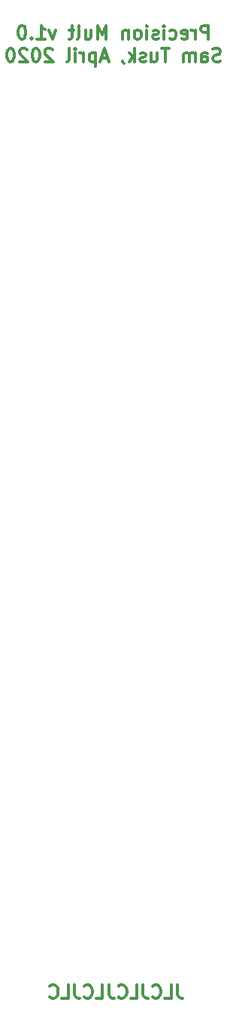
<source format=gbr>
%TF.GenerationSoftware,KiCad,Pcbnew,(5.0.1)-3*%
%TF.CreationDate,2020-04-22T20:40:51+01:00*%
%TF.ProjectId,panel,70616E656C2E6B696361645F70636200,rev?*%
%TF.SameCoordinates,Original*%
%TF.FileFunction,Legend,Bot*%
%TF.FilePolarity,Positive*%
%FSLAX46Y46*%
G04 Gerber Fmt 4.6, Leading zero omitted, Abs format (unit mm)*
G04 Created by KiCad (PCBNEW (5.0.1)-3) date 22/04/2020 20:40:51*
%MOMM*%
%LPD*%
G01*
G04 APERTURE LIST*
%ADD10C,0.300000*%
G04 APERTURE END LIST*
D10*
X142828571Y-16503571D02*
X142828571Y-15003571D01*
X142257142Y-15003571D01*
X142114285Y-15075000D01*
X142042857Y-15146428D01*
X141971428Y-15289285D01*
X141971428Y-15503571D01*
X142042857Y-15646428D01*
X142114285Y-15717857D01*
X142257142Y-15789285D01*
X142828571Y-15789285D01*
X141328571Y-16503571D02*
X141328571Y-15503571D01*
X141328571Y-15789285D02*
X141257142Y-15646428D01*
X141185714Y-15575000D01*
X141042857Y-15503571D01*
X140900000Y-15503571D01*
X139828571Y-16432142D02*
X139971428Y-16503571D01*
X140257142Y-16503571D01*
X140400000Y-16432142D01*
X140471428Y-16289285D01*
X140471428Y-15717857D01*
X140400000Y-15575000D01*
X140257142Y-15503571D01*
X139971428Y-15503571D01*
X139828571Y-15575000D01*
X139757142Y-15717857D01*
X139757142Y-15860714D01*
X140471428Y-16003571D01*
X138471428Y-16432142D02*
X138614285Y-16503571D01*
X138900000Y-16503571D01*
X139042857Y-16432142D01*
X139114285Y-16360714D01*
X139185714Y-16217857D01*
X139185714Y-15789285D01*
X139114285Y-15646428D01*
X139042857Y-15575000D01*
X138900000Y-15503571D01*
X138614285Y-15503571D01*
X138471428Y-15575000D01*
X137828571Y-16503571D02*
X137828571Y-15503571D01*
X137828571Y-15003571D02*
X137900000Y-15075000D01*
X137828571Y-15146428D01*
X137757142Y-15075000D01*
X137828571Y-15003571D01*
X137828571Y-15146428D01*
X137185714Y-16432142D02*
X137042857Y-16503571D01*
X136757142Y-16503571D01*
X136614285Y-16432142D01*
X136542857Y-16289285D01*
X136542857Y-16217857D01*
X136614285Y-16075000D01*
X136757142Y-16003571D01*
X136971428Y-16003571D01*
X137114285Y-15932142D01*
X137185714Y-15789285D01*
X137185714Y-15717857D01*
X137114285Y-15575000D01*
X136971428Y-15503571D01*
X136757142Y-15503571D01*
X136614285Y-15575000D01*
X135900000Y-16503571D02*
X135900000Y-15503571D01*
X135900000Y-15003571D02*
X135971428Y-15075000D01*
X135900000Y-15146428D01*
X135828571Y-15075000D01*
X135900000Y-15003571D01*
X135900000Y-15146428D01*
X134971428Y-16503571D02*
X135114285Y-16432142D01*
X135185714Y-16360714D01*
X135257142Y-16217857D01*
X135257142Y-15789285D01*
X135185714Y-15646428D01*
X135114285Y-15575000D01*
X134971428Y-15503571D01*
X134757142Y-15503571D01*
X134614285Y-15575000D01*
X134542857Y-15646428D01*
X134471428Y-15789285D01*
X134471428Y-16217857D01*
X134542857Y-16360714D01*
X134614285Y-16432142D01*
X134757142Y-16503571D01*
X134971428Y-16503571D01*
X133828571Y-15503571D02*
X133828571Y-16503571D01*
X133828571Y-15646428D02*
X133757142Y-15575000D01*
X133614285Y-15503571D01*
X133400000Y-15503571D01*
X133257142Y-15575000D01*
X133185714Y-15717857D01*
X133185714Y-16503571D01*
X131328571Y-16503571D02*
X131328571Y-15003571D01*
X130828571Y-16075000D01*
X130328571Y-15003571D01*
X130328571Y-16503571D01*
X128971428Y-15503571D02*
X128971428Y-16503571D01*
X129614285Y-15503571D02*
X129614285Y-16289285D01*
X129542857Y-16432142D01*
X129400000Y-16503571D01*
X129185714Y-16503571D01*
X129042857Y-16432142D01*
X128971428Y-16360714D01*
X128042857Y-16503571D02*
X128185714Y-16432142D01*
X128257142Y-16289285D01*
X128257142Y-15003571D01*
X127685714Y-15503571D02*
X127114285Y-15503571D01*
X127471428Y-15003571D02*
X127471428Y-16289285D01*
X127400000Y-16432142D01*
X127257142Y-16503571D01*
X127114285Y-16503571D01*
X125614285Y-15503571D02*
X125257142Y-16503571D01*
X124900000Y-15503571D01*
X123542857Y-16503571D02*
X124400000Y-16503571D01*
X123971428Y-16503571D02*
X123971428Y-15003571D01*
X124114285Y-15217857D01*
X124257142Y-15360714D01*
X124400000Y-15432142D01*
X122900000Y-16360714D02*
X122828571Y-16432142D01*
X122900000Y-16503571D01*
X122971428Y-16432142D01*
X122900000Y-16360714D01*
X122900000Y-16503571D01*
X121900000Y-15003571D02*
X121757142Y-15003571D01*
X121614285Y-15075000D01*
X121542857Y-15146428D01*
X121471428Y-15289285D01*
X121400000Y-15575000D01*
X121400000Y-15932142D01*
X121471428Y-16217857D01*
X121542857Y-16360714D01*
X121614285Y-16432142D01*
X121757142Y-16503571D01*
X121900000Y-16503571D01*
X122042857Y-16432142D01*
X122114285Y-16360714D01*
X122185714Y-16217857D01*
X122257142Y-15932142D01*
X122257142Y-15575000D01*
X122185714Y-15289285D01*
X122114285Y-15146428D01*
X122042857Y-15075000D01*
X121900000Y-15003571D01*
X144185714Y-18982142D02*
X143971428Y-19053571D01*
X143614285Y-19053571D01*
X143471428Y-18982142D01*
X143400000Y-18910714D01*
X143328571Y-18767857D01*
X143328571Y-18625000D01*
X143400000Y-18482142D01*
X143471428Y-18410714D01*
X143614285Y-18339285D01*
X143900000Y-18267857D01*
X144042857Y-18196428D01*
X144114285Y-18125000D01*
X144185714Y-17982142D01*
X144185714Y-17839285D01*
X144114285Y-17696428D01*
X144042857Y-17625000D01*
X143900000Y-17553571D01*
X143542857Y-17553571D01*
X143328571Y-17625000D01*
X142042857Y-19053571D02*
X142042857Y-18267857D01*
X142114285Y-18125000D01*
X142257142Y-18053571D01*
X142542857Y-18053571D01*
X142685714Y-18125000D01*
X142042857Y-18982142D02*
X142185714Y-19053571D01*
X142542857Y-19053571D01*
X142685714Y-18982142D01*
X142757142Y-18839285D01*
X142757142Y-18696428D01*
X142685714Y-18553571D01*
X142542857Y-18482142D01*
X142185714Y-18482142D01*
X142042857Y-18410714D01*
X141328571Y-19053571D02*
X141328571Y-18053571D01*
X141328571Y-18196428D02*
X141257142Y-18125000D01*
X141114285Y-18053571D01*
X140900000Y-18053571D01*
X140757142Y-18125000D01*
X140685714Y-18267857D01*
X140685714Y-19053571D01*
X140685714Y-18267857D02*
X140614285Y-18125000D01*
X140471428Y-18053571D01*
X140257142Y-18053571D01*
X140114285Y-18125000D01*
X140042857Y-18267857D01*
X140042857Y-19053571D01*
X138400000Y-17553571D02*
X137542857Y-17553571D01*
X137971428Y-19053571D02*
X137971428Y-17553571D01*
X136400000Y-18053571D02*
X136400000Y-19053571D01*
X137042857Y-18053571D02*
X137042857Y-18839285D01*
X136971428Y-18982142D01*
X136828571Y-19053571D01*
X136614285Y-19053571D01*
X136471428Y-18982142D01*
X136400000Y-18910714D01*
X135757142Y-18982142D02*
X135614285Y-19053571D01*
X135328571Y-19053571D01*
X135185714Y-18982142D01*
X135114285Y-18839285D01*
X135114285Y-18767857D01*
X135185714Y-18625000D01*
X135328571Y-18553571D01*
X135542857Y-18553571D01*
X135685714Y-18482142D01*
X135757142Y-18339285D01*
X135757142Y-18267857D01*
X135685714Y-18125000D01*
X135542857Y-18053571D01*
X135328571Y-18053571D01*
X135185714Y-18125000D01*
X134471428Y-19053571D02*
X134471428Y-17553571D01*
X134328571Y-18482142D02*
X133900000Y-19053571D01*
X133900000Y-18053571D02*
X134471428Y-18625000D01*
X133185714Y-18982142D02*
X133185714Y-19053571D01*
X133257142Y-19196428D01*
X133328571Y-19267857D01*
X131471428Y-18625000D02*
X130757142Y-18625000D01*
X131614285Y-19053571D02*
X131114285Y-17553571D01*
X130614285Y-19053571D01*
X130114285Y-18053571D02*
X130114285Y-19553571D01*
X130114285Y-18125000D02*
X129971428Y-18053571D01*
X129685714Y-18053571D01*
X129542857Y-18125000D01*
X129471428Y-18196428D01*
X129400000Y-18339285D01*
X129400000Y-18767857D01*
X129471428Y-18910714D01*
X129542857Y-18982142D01*
X129685714Y-19053571D01*
X129971428Y-19053571D01*
X130114285Y-18982142D01*
X128757142Y-19053571D02*
X128757142Y-18053571D01*
X128757142Y-18339285D02*
X128685714Y-18196428D01*
X128614285Y-18125000D01*
X128471428Y-18053571D01*
X128328571Y-18053571D01*
X127828571Y-19053571D02*
X127828571Y-18053571D01*
X127828571Y-17553571D02*
X127900000Y-17625000D01*
X127828571Y-17696428D01*
X127757142Y-17625000D01*
X127828571Y-17553571D01*
X127828571Y-17696428D01*
X126900000Y-19053571D02*
X127042857Y-18982142D01*
X127114285Y-18839285D01*
X127114285Y-17553571D01*
X125257142Y-17696428D02*
X125185714Y-17625000D01*
X125042857Y-17553571D01*
X124685714Y-17553571D01*
X124542857Y-17625000D01*
X124471428Y-17696428D01*
X124400000Y-17839285D01*
X124400000Y-17982142D01*
X124471428Y-18196428D01*
X125328571Y-19053571D01*
X124400000Y-19053571D01*
X123471428Y-17553571D02*
X123328571Y-17553571D01*
X123185714Y-17625000D01*
X123114285Y-17696428D01*
X123042857Y-17839285D01*
X122971428Y-18125000D01*
X122971428Y-18482142D01*
X123042857Y-18767857D01*
X123114285Y-18910714D01*
X123185714Y-18982142D01*
X123328571Y-19053571D01*
X123471428Y-19053571D01*
X123614285Y-18982142D01*
X123685714Y-18910714D01*
X123757142Y-18767857D01*
X123828571Y-18482142D01*
X123828571Y-18125000D01*
X123757142Y-17839285D01*
X123685714Y-17696428D01*
X123614285Y-17625000D01*
X123471428Y-17553571D01*
X122400000Y-17696428D02*
X122328571Y-17625000D01*
X122185714Y-17553571D01*
X121828571Y-17553571D01*
X121685714Y-17625000D01*
X121614285Y-17696428D01*
X121542857Y-17839285D01*
X121542857Y-17982142D01*
X121614285Y-18196428D01*
X122471428Y-19053571D01*
X121542857Y-19053571D01*
X120614285Y-17553571D02*
X120471428Y-17553571D01*
X120328571Y-17625000D01*
X120257142Y-17696428D01*
X120185714Y-17839285D01*
X120114285Y-18125000D01*
X120114285Y-18482142D01*
X120185714Y-18767857D01*
X120257142Y-18910714D01*
X120328571Y-18982142D01*
X120471428Y-19053571D01*
X120614285Y-19053571D01*
X120757142Y-18982142D01*
X120828571Y-18910714D01*
X120900000Y-18767857D01*
X120971428Y-18482142D01*
X120971428Y-18125000D01*
X120900000Y-17839285D01*
X120828571Y-17696428D01*
X120757142Y-17625000D01*
X120614285Y-17553571D01*
X139338571Y-122648571D02*
X139338571Y-123720000D01*
X139410000Y-123934285D01*
X139552857Y-124077142D01*
X139767142Y-124148571D01*
X139910000Y-124148571D01*
X137910000Y-124148571D02*
X138624285Y-124148571D01*
X138624285Y-122648571D01*
X136552857Y-124005714D02*
X136624285Y-124077142D01*
X136838571Y-124148571D01*
X136981428Y-124148571D01*
X137195714Y-124077142D01*
X137338571Y-123934285D01*
X137410000Y-123791428D01*
X137481428Y-123505714D01*
X137481428Y-123291428D01*
X137410000Y-123005714D01*
X137338571Y-122862857D01*
X137195714Y-122720000D01*
X136981428Y-122648571D01*
X136838571Y-122648571D01*
X136624285Y-122720000D01*
X136552857Y-122791428D01*
X135481428Y-122648571D02*
X135481428Y-123720000D01*
X135552857Y-123934285D01*
X135695714Y-124077142D01*
X135910000Y-124148571D01*
X136052857Y-124148571D01*
X134052857Y-124148571D02*
X134767142Y-124148571D01*
X134767142Y-122648571D01*
X132695714Y-124005714D02*
X132767142Y-124077142D01*
X132981428Y-124148571D01*
X133124285Y-124148571D01*
X133338571Y-124077142D01*
X133481428Y-123934285D01*
X133552857Y-123791428D01*
X133624285Y-123505714D01*
X133624285Y-123291428D01*
X133552857Y-123005714D01*
X133481428Y-122862857D01*
X133338571Y-122720000D01*
X133124285Y-122648571D01*
X132981428Y-122648571D01*
X132767142Y-122720000D01*
X132695714Y-122791428D01*
X131624285Y-122648571D02*
X131624285Y-123720000D01*
X131695714Y-123934285D01*
X131838571Y-124077142D01*
X132052857Y-124148571D01*
X132195714Y-124148571D01*
X130195714Y-124148571D02*
X130910000Y-124148571D01*
X130910000Y-122648571D01*
X128838571Y-124005714D02*
X128910000Y-124077142D01*
X129124285Y-124148571D01*
X129267142Y-124148571D01*
X129481428Y-124077142D01*
X129624285Y-123934285D01*
X129695714Y-123791428D01*
X129767142Y-123505714D01*
X129767142Y-123291428D01*
X129695714Y-123005714D01*
X129624285Y-122862857D01*
X129481428Y-122720000D01*
X129267142Y-122648571D01*
X129124285Y-122648571D01*
X128910000Y-122720000D01*
X128838571Y-122791428D01*
X127767142Y-122648571D02*
X127767142Y-123720000D01*
X127838571Y-123934285D01*
X127981428Y-124077142D01*
X128195714Y-124148571D01*
X128338571Y-124148571D01*
X126338571Y-124148571D02*
X127052857Y-124148571D01*
X127052857Y-122648571D01*
X124981428Y-124005714D02*
X125052857Y-124077142D01*
X125267142Y-124148571D01*
X125410000Y-124148571D01*
X125624285Y-124077142D01*
X125767142Y-123934285D01*
X125838571Y-123791428D01*
X125910000Y-123505714D01*
X125910000Y-123291428D01*
X125838571Y-123005714D01*
X125767142Y-122862857D01*
X125624285Y-122720000D01*
X125410000Y-122648571D01*
X125267142Y-122648571D01*
X125052857Y-122720000D01*
X124981428Y-122791428D01*
M02*

</source>
